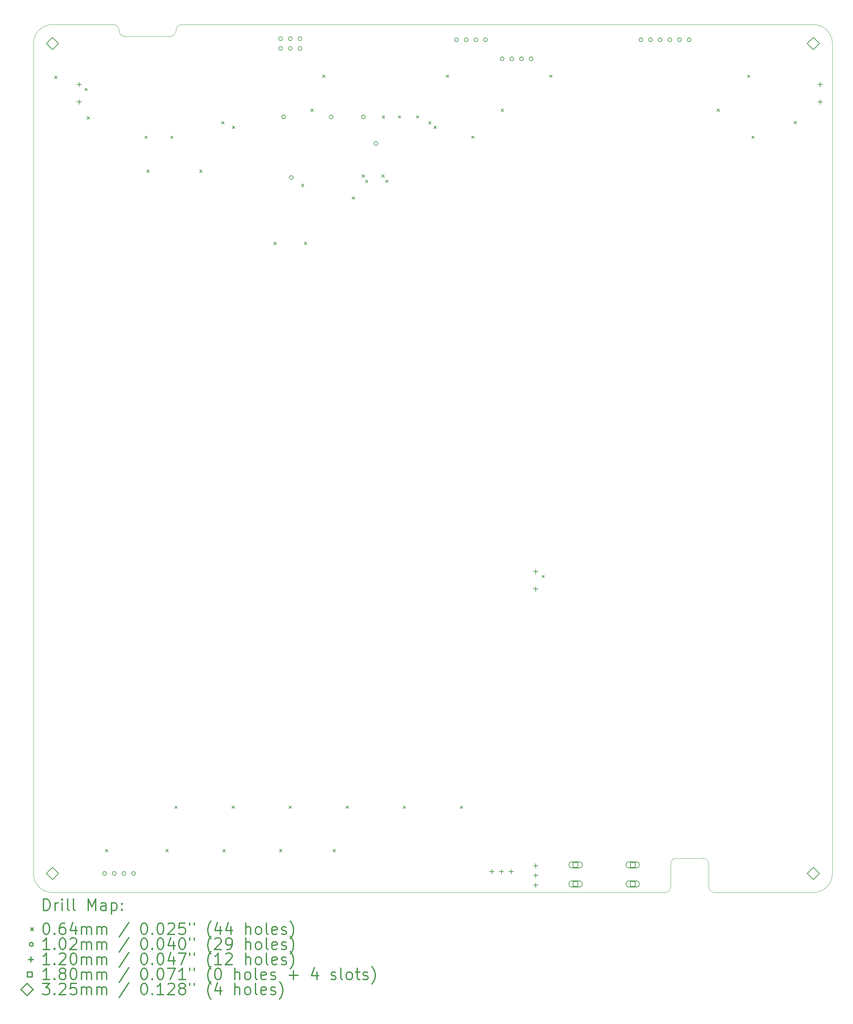
<source format=gbr>
%FSLAX45Y45*%
G04 Gerber Fmt 4.5, Leading zero omitted, Abs format (unit mm)*
G04 Created by KiCad (PCBNEW 0.201501251816+5388~20~ubuntu14.10.1-product) date Tuesday 27 January 2015 11:09:45 PM IST*
%MOMM*%
G01*
G04 APERTURE LIST*
%ADD10C,0.127000*%
%ADD11C,0.100000*%
%ADD12C,0.200000*%
%ADD13C,0.300000*%
G04 APERTURE END LIST*
D10*
D11*
X22000000Y-26900000D02*
X5900000Y-26900000D01*
X23300000Y-26900000D02*
X25900000Y-26900000D01*
X23150000Y-26150000D02*
X23150000Y-26750000D01*
X22150000Y-26750000D02*
X22150000Y-26150000D01*
X23150000Y-26750000D02*
G75*
G03X23300000Y-26900000I150000J0D01*
G01*
X22000000Y-26900000D02*
G75*
G03X22150000Y-26750000I0J150000D01*
G01*
X23150000Y-26150000D02*
G75*
G03X23000000Y-26000000I-150000J0D01*
G01*
X22300000Y-26000000D02*
G75*
G03X22150000Y-26150000I0J-150000D01*
G01*
X26400000Y-4600000D02*
X26400000Y-26400000D01*
X9300000Y-4100000D02*
X25900000Y-4100000D01*
X7500000Y-4100000D02*
X5900000Y-4100000D01*
X7650000Y-4250000D02*
X7650000Y-4260000D01*
X7650000Y-4250000D02*
G75*
G03X7500000Y-4100000I-150000J0D01*
G01*
X9150000Y-4250000D02*
X9150000Y-4260000D01*
X9300000Y-4100000D02*
G75*
G03X9150000Y-4250000I0J-150000D01*
G01*
X9000000Y-4410000D02*
G75*
G03X9150000Y-4260000I0J150000D01*
G01*
X7650000Y-4260000D02*
G75*
G03X7800000Y-4410000I150000J0D01*
G01*
X8400000Y-4410000D02*
X9000000Y-4410000D01*
X8400000Y-4410000D02*
X7800000Y-4410000D01*
X5400000Y-26400000D02*
X5400000Y-4600000D01*
X25900000Y-26900000D02*
G75*
G03X26400000Y-26400000I0J500000D01*
G01*
X26400000Y-4600000D02*
G75*
G03X25900000Y-4100000I-500000J0D01*
G01*
X5900000Y-4100000D02*
G75*
G03X5400000Y-4600000I0J-500000D01*
G01*
X5400000Y-26400000D02*
G75*
G03X5900000Y-26900000I500000J0D01*
G01*
X23000000Y-26000000D02*
X22300000Y-26000000D01*
D12*
X5958250Y-5458250D02*
X6021750Y-5521750D01*
X6021750Y-5458250D02*
X5958250Y-5521750D01*
X6753250Y-5773250D02*
X6816750Y-5836750D01*
X6816750Y-5773250D02*
X6753250Y-5836750D01*
X6808250Y-6523250D02*
X6871750Y-6586750D01*
X6871750Y-6523250D02*
X6808250Y-6586750D01*
X7293250Y-25768250D02*
X7356750Y-25831750D01*
X7356750Y-25768250D02*
X7293250Y-25831750D01*
X8328250Y-7028250D02*
X8391750Y-7091750D01*
X8391750Y-7028250D02*
X8328250Y-7091750D01*
X8378250Y-7918250D02*
X8441750Y-7981750D01*
X8441750Y-7918250D02*
X8378250Y-7981750D01*
X8878250Y-25768250D02*
X8941750Y-25831750D01*
X8941750Y-25768250D02*
X8878250Y-25831750D01*
X9008250Y-7028250D02*
X9071750Y-7091750D01*
X9071750Y-7028250D02*
X9008250Y-7091750D01*
X9118250Y-24628250D02*
X9181750Y-24691750D01*
X9181750Y-24628250D02*
X9118250Y-24691750D01*
X9768250Y-7918250D02*
X9831750Y-7981750D01*
X9831750Y-7918250D02*
X9768250Y-7981750D01*
X10348250Y-6648250D02*
X10411750Y-6711750D01*
X10411750Y-6648250D02*
X10348250Y-6711750D01*
X10378250Y-25768250D02*
X10441750Y-25831750D01*
X10441750Y-25768250D02*
X10378250Y-25831750D01*
X10618250Y-24628250D02*
X10681750Y-24691750D01*
X10681750Y-24628250D02*
X10618250Y-24691750D01*
X10628250Y-6768250D02*
X10691750Y-6831750D01*
X10691750Y-6768250D02*
X10628250Y-6831750D01*
X11718250Y-9818250D02*
X11781750Y-9881750D01*
X11781750Y-9818250D02*
X11718250Y-9881750D01*
X11868250Y-25768250D02*
X11931750Y-25831750D01*
X11931750Y-25768250D02*
X11868250Y-25831750D01*
X12118250Y-24628250D02*
X12181750Y-24691750D01*
X12181750Y-24628250D02*
X12118250Y-24691750D01*
X12443250Y-8293250D02*
X12506750Y-8356750D01*
X12506750Y-8293250D02*
X12443250Y-8356750D01*
X12518250Y-9818250D02*
X12581750Y-9881750D01*
X12581750Y-9818250D02*
X12518250Y-9881750D01*
X12693250Y-6318250D02*
X12756750Y-6381750D01*
X12756750Y-6318250D02*
X12693250Y-6381750D01*
X12998250Y-5428250D02*
X13061750Y-5491750D01*
X13061750Y-5428250D02*
X12998250Y-5491750D01*
X13273250Y-25768250D02*
X13336750Y-25831750D01*
X13336750Y-25768250D02*
X13273250Y-25831750D01*
X13618250Y-24628250D02*
X13681750Y-24691750D01*
X13681750Y-24628250D02*
X13618250Y-24691750D01*
X13778250Y-8628250D02*
X13841750Y-8691750D01*
X13841750Y-8628250D02*
X13778250Y-8691750D01*
X14038250Y-8048250D02*
X14101750Y-8111750D01*
X14101750Y-8048250D02*
X14038250Y-8111750D01*
X14128250Y-8188250D02*
X14191750Y-8251750D01*
X14191750Y-8188250D02*
X14128250Y-8251750D01*
X14558250Y-8048250D02*
X14621750Y-8111750D01*
X14621750Y-8048250D02*
X14558250Y-8111750D01*
X14568250Y-6498250D02*
X14631750Y-6561750D01*
X14631750Y-6498250D02*
X14568250Y-6561750D01*
X14658250Y-8188250D02*
X14721750Y-8251750D01*
X14721750Y-8188250D02*
X14658250Y-8251750D01*
X14993250Y-6493250D02*
X15056750Y-6556750D01*
X15056750Y-6493250D02*
X14993250Y-6556750D01*
X15118250Y-24628250D02*
X15181750Y-24691750D01*
X15181750Y-24628250D02*
X15118250Y-24691750D01*
X15468250Y-6493250D02*
X15531750Y-6556750D01*
X15531750Y-6493250D02*
X15468250Y-6556750D01*
X15788250Y-6648250D02*
X15851750Y-6711750D01*
X15851750Y-6648250D02*
X15788250Y-6711750D01*
X15928250Y-6768250D02*
X15991750Y-6831750D01*
X15991750Y-6768250D02*
X15928250Y-6831750D01*
X16248250Y-5428250D02*
X16311750Y-5491750D01*
X16311750Y-5428250D02*
X16248250Y-5491750D01*
X16618250Y-24628250D02*
X16681750Y-24691750D01*
X16681750Y-24628250D02*
X16618250Y-24691750D01*
X16918250Y-7028250D02*
X16981750Y-7091750D01*
X16981750Y-7028250D02*
X16918250Y-7091750D01*
X17693250Y-6318250D02*
X17756750Y-6381750D01*
X17756750Y-6318250D02*
X17693250Y-6381750D01*
X18768250Y-18568250D02*
X18831750Y-18631750D01*
X18831750Y-18568250D02*
X18768250Y-18631750D01*
X18968250Y-5428250D02*
X19031750Y-5491750D01*
X19031750Y-5428250D02*
X18968250Y-5491750D01*
X23368250Y-6318250D02*
X23431750Y-6381750D01*
X23431750Y-6318250D02*
X23368250Y-6381750D01*
X24168250Y-5428250D02*
X24231750Y-5491750D01*
X24231750Y-5428250D02*
X24168250Y-5491750D01*
X24278250Y-7028250D02*
X24341750Y-7091750D01*
X24341750Y-7028250D02*
X24278250Y-7091750D01*
X25393250Y-6643250D02*
X25456750Y-6706750D01*
X25456750Y-6643250D02*
X25393250Y-6706750D01*
X7320000Y-26400000D02*
G75*
G03X7320000Y-26400000I-51000J0D01*
G01*
X7574000Y-26400000D02*
G75*
G03X7574000Y-26400000I-51000J0D01*
G01*
X7828000Y-26400000D02*
G75*
G03X7828000Y-26400000I-51000J0D01*
G01*
X8082000Y-26400000D02*
G75*
G03X8082000Y-26400000I-51000J0D01*
G01*
X11947000Y-4473000D02*
G75*
G03X11947000Y-4473000I-51000J0D01*
G01*
X11947000Y-4727000D02*
G75*
G03X11947000Y-4727000I-51000J0D01*
G01*
X12026000Y-6525000D02*
G75*
G03X12026000Y-6525000I-51000J0D01*
G01*
X12201000Y-4473000D02*
G75*
G03X12201000Y-4473000I-51000J0D01*
G01*
X12201000Y-4727000D02*
G75*
G03X12201000Y-4727000I-51000J0D01*
G01*
X12231000Y-8120000D02*
G75*
G03X12231000Y-8120000I-51000J0D01*
G01*
X12455000Y-4473000D02*
G75*
G03X12455000Y-4473000I-51000J0D01*
G01*
X12455000Y-4727000D02*
G75*
G03X12455000Y-4727000I-51000J0D01*
G01*
X13276000Y-6525000D02*
G75*
G03X13276000Y-6525000I-51000J0D01*
G01*
X14126000Y-6525000D02*
G75*
G03X14126000Y-6525000I-51000J0D01*
G01*
X14451000Y-7225000D02*
G75*
G03X14451000Y-7225000I-51000J0D01*
G01*
X16570000Y-4500000D02*
G75*
G03X16570000Y-4500000I-51000J0D01*
G01*
X16824000Y-4500000D02*
G75*
G03X16824000Y-4500000I-51000J0D01*
G01*
X17078000Y-4500000D02*
G75*
G03X17078000Y-4500000I-51000J0D01*
G01*
X17332000Y-4500000D02*
G75*
G03X17332000Y-4500000I-51000J0D01*
G01*
X17770000Y-5000000D02*
G75*
G03X17770000Y-5000000I-51000J0D01*
G01*
X18024000Y-5000000D02*
G75*
G03X18024000Y-5000000I-51000J0D01*
G01*
X18278000Y-5000000D02*
G75*
G03X18278000Y-5000000I-51000J0D01*
G01*
X18532000Y-5000000D02*
G75*
G03X18532000Y-5000000I-51000J0D01*
G01*
X21416000Y-4500000D02*
G75*
G03X21416000Y-4500000I-51000J0D01*
G01*
X21670000Y-4500000D02*
G75*
G03X21670000Y-4500000I-51000J0D01*
G01*
X21924000Y-4500000D02*
G75*
G03X21924000Y-4500000I-51000J0D01*
G01*
X22178000Y-4500000D02*
G75*
G03X22178000Y-4500000I-51000J0D01*
G01*
X22432000Y-4500000D02*
G75*
G03X22432000Y-4500000I-51000J0D01*
G01*
X22686000Y-4500000D02*
G75*
G03X22686000Y-4500000I-51000J0D01*
G01*
X6600000Y-5611400D02*
X6600000Y-5731400D01*
X6540000Y-5671400D02*
X6660000Y-5671400D01*
X6600000Y-6068600D02*
X6600000Y-6188600D01*
X6540000Y-6128600D02*
X6660000Y-6128600D01*
X17446000Y-26290000D02*
X17446000Y-26410000D01*
X17386000Y-26350000D02*
X17506000Y-26350000D01*
X17700000Y-26290000D02*
X17700000Y-26410000D01*
X17640000Y-26350000D02*
X17760000Y-26350000D01*
X17954000Y-26290000D02*
X17954000Y-26410000D01*
X17894000Y-26350000D02*
X18014000Y-26350000D01*
X18600000Y-18411400D02*
X18600000Y-18531400D01*
X18540000Y-18471400D02*
X18660000Y-18471400D01*
X18600000Y-18868600D02*
X18600000Y-18988600D01*
X18540000Y-18928600D02*
X18660000Y-18928600D01*
X18600000Y-26136000D02*
X18600000Y-26256000D01*
X18540000Y-26196000D02*
X18660000Y-26196000D01*
X18600000Y-26390000D02*
X18600000Y-26510000D01*
X18540000Y-26450000D02*
X18660000Y-26450000D01*
X18600000Y-26644000D02*
X18600000Y-26764000D01*
X18540000Y-26704000D02*
X18660000Y-26704000D01*
X26075000Y-5611400D02*
X26075000Y-5731400D01*
X26015000Y-5671400D02*
X26135000Y-5671400D01*
X26075000Y-6068600D02*
X26075000Y-6188600D01*
X26015000Y-6128600D02*
X26135000Y-6128600D01*
X19713640Y-26238640D02*
X19713640Y-26111360D01*
X19586360Y-26111360D01*
X19586360Y-26238640D01*
X19713640Y-26238640D01*
X19550000Y-26255000D02*
X19750000Y-26255000D01*
X19550000Y-26095000D02*
X19750000Y-26095000D01*
X19750000Y-26255000D02*
G75*
G03X19750000Y-26095000I0J80000D01*
G01*
X19550000Y-26095000D02*
G75*
G03X19550000Y-26255000I0J-80000D01*
G01*
X19713640Y-26738640D02*
X19713640Y-26611360D01*
X19586360Y-26611360D01*
X19586360Y-26738640D01*
X19713640Y-26738640D01*
X19550000Y-26755000D02*
X19750000Y-26755000D01*
X19550000Y-26595000D02*
X19750000Y-26595000D01*
X19750000Y-26755000D02*
G75*
G03X19750000Y-26595000I0J80000D01*
G01*
X19550000Y-26595000D02*
G75*
G03X19550000Y-26755000I0J-80000D01*
G01*
X21213640Y-26238640D02*
X21213640Y-26111360D01*
X21086360Y-26111360D01*
X21086360Y-26238640D01*
X21213640Y-26238640D01*
X21050000Y-26255000D02*
X21250000Y-26255000D01*
X21050000Y-26095000D02*
X21250000Y-26095000D01*
X21250000Y-26255000D02*
G75*
G03X21250000Y-26095000I0J80000D01*
G01*
X21050000Y-26095000D02*
G75*
G03X21050000Y-26255000I0J-80000D01*
G01*
X21213640Y-26738640D02*
X21213640Y-26611360D01*
X21086360Y-26611360D01*
X21086360Y-26738640D01*
X21213640Y-26738640D01*
X21050000Y-26755000D02*
X21250000Y-26755000D01*
X21050000Y-26595000D02*
X21250000Y-26595000D01*
X21250000Y-26755000D02*
G75*
G03X21250000Y-26595000I0J80000D01*
G01*
X21050000Y-26595000D02*
G75*
G03X21050000Y-26755000I0J-80000D01*
G01*
X5900000Y-4762500D02*
X6062500Y-4600000D01*
X5900000Y-4437500D01*
X5737500Y-4600000D01*
X5900000Y-4762500D01*
X5900000Y-26562500D02*
X6062500Y-26400000D01*
X5900000Y-26237500D01*
X5737500Y-26400000D01*
X5900000Y-26562500D01*
X25900000Y-4762500D02*
X26062500Y-4600000D01*
X25900000Y-4437500D01*
X25737500Y-4600000D01*
X25900000Y-4762500D01*
X25900000Y-26562500D02*
X26062500Y-26400000D01*
X25900000Y-26237500D01*
X25737500Y-26400000D01*
X25900000Y-26562500D01*
D13*
X5666428Y-27370714D02*
X5666428Y-27070714D01*
X5737857Y-27070714D01*
X5780714Y-27085000D01*
X5809286Y-27113571D01*
X5823571Y-27142143D01*
X5837857Y-27199286D01*
X5837857Y-27242143D01*
X5823571Y-27299286D01*
X5809286Y-27327857D01*
X5780714Y-27356429D01*
X5737857Y-27370714D01*
X5666428Y-27370714D01*
X5966428Y-27370714D02*
X5966428Y-27170714D01*
X5966428Y-27227857D02*
X5980714Y-27199286D01*
X5995000Y-27185000D01*
X6023571Y-27170714D01*
X6052143Y-27170714D01*
X6152143Y-27370714D02*
X6152143Y-27170714D01*
X6152143Y-27070714D02*
X6137857Y-27085000D01*
X6152143Y-27099286D01*
X6166428Y-27085000D01*
X6152143Y-27070714D01*
X6152143Y-27099286D01*
X6337857Y-27370714D02*
X6309286Y-27356429D01*
X6295000Y-27327857D01*
X6295000Y-27070714D01*
X6495000Y-27370714D02*
X6466428Y-27356429D01*
X6452143Y-27327857D01*
X6452143Y-27070714D01*
X6837857Y-27370714D02*
X6837857Y-27070714D01*
X6937857Y-27285000D01*
X7037857Y-27070714D01*
X7037857Y-27370714D01*
X7309286Y-27370714D02*
X7309286Y-27213571D01*
X7295000Y-27185000D01*
X7266428Y-27170714D01*
X7209286Y-27170714D01*
X7180714Y-27185000D01*
X7309286Y-27356429D02*
X7280714Y-27370714D01*
X7209286Y-27370714D01*
X7180714Y-27356429D01*
X7166428Y-27327857D01*
X7166428Y-27299286D01*
X7180714Y-27270714D01*
X7209286Y-27256429D01*
X7280714Y-27256429D01*
X7309286Y-27242143D01*
X7452143Y-27170714D02*
X7452143Y-27470714D01*
X7452143Y-27185000D02*
X7480714Y-27170714D01*
X7537857Y-27170714D01*
X7566428Y-27185000D01*
X7580714Y-27199286D01*
X7595000Y-27227857D01*
X7595000Y-27313571D01*
X7580714Y-27342143D01*
X7566428Y-27356429D01*
X7537857Y-27370714D01*
X7480714Y-27370714D01*
X7452143Y-27356429D01*
X7723571Y-27342143D02*
X7737857Y-27356429D01*
X7723571Y-27370714D01*
X7709286Y-27356429D01*
X7723571Y-27342143D01*
X7723571Y-27370714D01*
X7723571Y-27185000D02*
X7737857Y-27199286D01*
X7723571Y-27213571D01*
X7709286Y-27199286D01*
X7723571Y-27185000D01*
X7723571Y-27213571D01*
X5331500Y-27833250D02*
X5395000Y-27896750D01*
X5395000Y-27833250D02*
X5331500Y-27896750D01*
X5723571Y-27700714D02*
X5752143Y-27700714D01*
X5780714Y-27715000D01*
X5795000Y-27729286D01*
X5809286Y-27757857D01*
X5823571Y-27815000D01*
X5823571Y-27886429D01*
X5809286Y-27943571D01*
X5795000Y-27972143D01*
X5780714Y-27986429D01*
X5752143Y-28000714D01*
X5723571Y-28000714D01*
X5695000Y-27986429D01*
X5680714Y-27972143D01*
X5666428Y-27943571D01*
X5652143Y-27886429D01*
X5652143Y-27815000D01*
X5666428Y-27757857D01*
X5680714Y-27729286D01*
X5695000Y-27715000D01*
X5723571Y-27700714D01*
X5952143Y-27972143D02*
X5966428Y-27986429D01*
X5952143Y-28000714D01*
X5937857Y-27986429D01*
X5952143Y-27972143D01*
X5952143Y-28000714D01*
X6223571Y-27700714D02*
X6166428Y-27700714D01*
X6137857Y-27715000D01*
X6123571Y-27729286D01*
X6095000Y-27772143D01*
X6080714Y-27829286D01*
X6080714Y-27943571D01*
X6095000Y-27972143D01*
X6109286Y-27986429D01*
X6137857Y-28000714D01*
X6195000Y-28000714D01*
X6223571Y-27986429D01*
X6237857Y-27972143D01*
X6252143Y-27943571D01*
X6252143Y-27872143D01*
X6237857Y-27843571D01*
X6223571Y-27829286D01*
X6195000Y-27815000D01*
X6137857Y-27815000D01*
X6109286Y-27829286D01*
X6095000Y-27843571D01*
X6080714Y-27872143D01*
X6509286Y-27800714D02*
X6509286Y-28000714D01*
X6437857Y-27686429D02*
X6366428Y-27900714D01*
X6552143Y-27900714D01*
X6666428Y-28000714D02*
X6666428Y-27800714D01*
X6666428Y-27829286D02*
X6680714Y-27815000D01*
X6709286Y-27800714D01*
X6752143Y-27800714D01*
X6780714Y-27815000D01*
X6795000Y-27843571D01*
X6795000Y-28000714D01*
X6795000Y-27843571D02*
X6809286Y-27815000D01*
X6837857Y-27800714D01*
X6880714Y-27800714D01*
X6909286Y-27815000D01*
X6923571Y-27843571D01*
X6923571Y-28000714D01*
X7066428Y-28000714D02*
X7066428Y-27800714D01*
X7066428Y-27829286D02*
X7080714Y-27815000D01*
X7109286Y-27800714D01*
X7152143Y-27800714D01*
X7180714Y-27815000D01*
X7195000Y-27843571D01*
X7195000Y-28000714D01*
X7195000Y-27843571D02*
X7209286Y-27815000D01*
X7237857Y-27800714D01*
X7280714Y-27800714D01*
X7309286Y-27815000D01*
X7323571Y-27843571D01*
X7323571Y-28000714D01*
X7909286Y-27686429D02*
X7652143Y-28072143D01*
X8295000Y-27700714D02*
X8323571Y-27700714D01*
X8352143Y-27715000D01*
X8366428Y-27729286D01*
X8380714Y-27757857D01*
X8395000Y-27815000D01*
X8395000Y-27886429D01*
X8380714Y-27943571D01*
X8366428Y-27972143D01*
X8352143Y-27986429D01*
X8323571Y-28000714D01*
X8295000Y-28000714D01*
X8266428Y-27986429D01*
X8252143Y-27972143D01*
X8237857Y-27943571D01*
X8223571Y-27886429D01*
X8223571Y-27815000D01*
X8237857Y-27757857D01*
X8252143Y-27729286D01*
X8266428Y-27715000D01*
X8295000Y-27700714D01*
X8523571Y-27972143D02*
X8537857Y-27986429D01*
X8523571Y-28000714D01*
X8509286Y-27986429D01*
X8523571Y-27972143D01*
X8523571Y-28000714D01*
X8723571Y-27700714D02*
X8752143Y-27700714D01*
X8780714Y-27715000D01*
X8795000Y-27729286D01*
X8809286Y-27757857D01*
X8823571Y-27815000D01*
X8823571Y-27886429D01*
X8809286Y-27943571D01*
X8795000Y-27972143D01*
X8780714Y-27986429D01*
X8752143Y-28000714D01*
X8723571Y-28000714D01*
X8695000Y-27986429D01*
X8680714Y-27972143D01*
X8666428Y-27943571D01*
X8652143Y-27886429D01*
X8652143Y-27815000D01*
X8666428Y-27757857D01*
X8680714Y-27729286D01*
X8695000Y-27715000D01*
X8723571Y-27700714D01*
X8937857Y-27729286D02*
X8952143Y-27715000D01*
X8980714Y-27700714D01*
X9052143Y-27700714D01*
X9080714Y-27715000D01*
X9095000Y-27729286D01*
X9109286Y-27757857D01*
X9109286Y-27786429D01*
X9095000Y-27829286D01*
X8923571Y-28000714D01*
X9109286Y-28000714D01*
X9380714Y-27700714D02*
X9237857Y-27700714D01*
X9223571Y-27843571D01*
X9237857Y-27829286D01*
X9266428Y-27815000D01*
X9337857Y-27815000D01*
X9366428Y-27829286D01*
X9380714Y-27843571D01*
X9395000Y-27872143D01*
X9395000Y-27943571D01*
X9380714Y-27972143D01*
X9366428Y-27986429D01*
X9337857Y-28000714D01*
X9266428Y-28000714D01*
X9237857Y-27986429D01*
X9223571Y-27972143D01*
X9509286Y-27700714D02*
X9509286Y-27757857D01*
X9623571Y-27700714D02*
X9623571Y-27757857D01*
X10066428Y-28115000D02*
X10052143Y-28100714D01*
X10023571Y-28057857D01*
X10009286Y-28029286D01*
X9995000Y-27986429D01*
X9980714Y-27915000D01*
X9980714Y-27857857D01*
X9995000Y-27786429D01*
X10009286Y-27743571D01*
X10023571Y-27715000D01*
X10052143Y-27672143D01*
X10066428Y-27657857D01*
X10309286Y-27800714D02*
X10309286Y-28000714D01*
X10237857Y-27686429D02*
X10166428Y-27900714D01*
X10352143Y-27900714D01*
X10595000Y-27800714D02*
X10595000Y-28000714D01*
X10523571Y-27686429D02*
X10452143Y-27900714D01*
X10637857Y-27900714D01*
X10980714Y-28000714D02*
X10980714Y-27700714D01*
X11109286Y-28000714D02*
X11109286Y-27843571D01*
X11095000Y-27815000D01*
X11066428Y-27800714D01*
X11023571Y-27800714D01*
X10995000Y-27815000D01*
X10980714Y-27829286D01*
X11295000Y-28000714D02*
X11266428Y-27986429D01*
X11252143Y-27972143D01*
X11237857Y-27943571D01*
X11237857Y-27857857D01*
X11252143Y-27829286D01*
X11266428Y-27815000D01*
X11295000Y-27800714D01*
X11337857Y-27800714D01*
X11366428Y-27815000D01*
X11380714Y-27829286D01*
X11395000Y-27857857D01*
X11395000Y-27943571D01*
X11380714Y-27972143D01*
X11366428Y-27986429D01*
X11337857Y-28000714D01*
X11295000Y-28000714D01*
X11566428Y-28000714D02*
X11537857Y-27986429D01*
X11523571Y-27957857D01*
X11523571Y-27700714D01*
X11795000Y-27986429D02*
X11766428Y-28000714D01*
X11709286Y-28000714D01*
X11680714Y-27986429D01*
X11666428Y-27957857D01*
X11666428Y-27843571D01*
X11680714Y-27815000D01*
X11709286Y-27800714D01*
X11766428Y-27800714D01*
X11795000Y-27815000D01*
X11809286Y-27843571D01*
X11809286Y-27872143D01*
X11666428Y-27900714D01*
X11923571Y-27986429D02*
X11952143Y-28000714D01*
X12009286Y-28000714D01*
X12037857Y-27986429D01*
X12052143Y-27957857D01*
X12052143Y-27943571D01*
X12037857Y-27915000D01*
X12009286Y-27900714D01*
X11966428Y-27900714D01*
X11937857Y-27886429D01*
X11923571Y-27857857D01*
X11923571Y-27843571D01*
X11937857Y-27815000D01*
X11966428Y-27800714D01*
X12009286Y-27800714D01*
X12037857Y-27815000D01*
X12152143Y-28115000D02*
X12166428Y-28100714D01*
X12195000Y-28057857D01*
X12209286Y-28029286D01*
X12223571Y-27986429D01*
X12237857Y-27915000D01*
X12237857Y-27857857D01*
X12223571Y-27786429D01*
X12209286Y-27743571D01*
X12195000Y-27715000D01*
X12166428Y-27672143D01*
X12152143Y-27657857D01*
X5395000Y-28261000D02*
G75*
G03X5395000Y-28261000I-51000J0D01*
G01*
X5823571Y-28396714D02*
X5652143Y-28396714D01*
X5737857Y-28396714D02*
X5737857Y-28096714D01*
X5709286Y-28139571D01*
X5680714Y-28168143D01*
X5652143Y-28182429D01*
X5952143Y-28368143D02*
X5966428Y-28382429D01*
X5952143Y-28396714D01*
X5937857Y-28382429D01*
X5952143Y-28368143D01*
X5952143Y-28396714D01*
X6152143Y-28096714D02*
X6180714Y-28096714D01*
X6209286Y-28111000D01*
X6223571Y-28125286D01*
X6237857Y-28153857D01*
X6252143Y-28211000D01*
X6252143Y-28282429D01*
X6237857Y-28339571D01*
X6223571Y-28368143D01*
X6209286Y-28382429D01*
X6180714Y-28396714D01*
X6152143Y-28396714D01*
X6123571Y-28382429D01*
X6109286Y-28368143D01*
X6095000Y-28339571D01*
X6080714Y-28282429D01*
X6080714Y-28211000D01*
X6095000Y-28153857D01*
X6109286Y-28125286D01*
X6123571Y-28111000D01*
X6152143Y-28096714D01*
X6366428Y-28125286D02*
X6380714Y-28111000D01*
X6409286Y-28096714D01*
X6480714Y-28096714D01*
X6509286Y-28111000D01*
X6523571Y-28125286D01*
X6537857Y-28153857D01*
X6537857Y-28182429D01*
X6523571Y-28225286D01*
X6352143Y-28396714D01*
X6537857Y-28396714D01*
X6666428Y-28396714D02*
X6666428Y-28196714D01*
X6666428Y-28225286D02*
X6680714Y-28211000D01*
X6709286Y-28196714D01*
X6752143Y-28196714D01*
X6780714Y-28211000D01*
X6795000Y-28239571D01*
X6795000Y-28396714D01*
X6795000Y-28239571D02*
X6809286Y-28211000D01*
X6837857Y-28196714D01*
X6880714Y-28196714D01*
X6909286Y-28211000D01*
X6923571Y-28239571D01*
X6923571Y-28396714D01*
X7066428Y-28396714D02*
X7066428Y-28196714D01*
X7066428Y-28225286D02*
X7080714Y-28211000D01*
X7109286Y-28196714D01*
X7152143Y-28196714D01*
X7180714Y-28211000D01*
X7195000Y-28239571D01*
X7195000Y-28396714D01*
X7195000Y-28239571D02*
X7209286Y-28211000D01*
X7237857Y-28196714D01*
X7280714Y-28196714D01*
X7309286Y-28211000D01*
X7323571Y-28239571D01*
X7323571Y-28396714D01*
X7909286Y-28082429D02*
X7652143Y-28468143D01*
X8295000Y-28096714D02*
X8323571Y-28096714D01*
X8352143Y-28111000D01*
X8366428Y-28125286D01*
X8380714Y-28153857D01*
X8395000Y-28211000D01*
X8395000Y-28282429D01*
X8380714Y-28339571D01*
X8366428Y-28368143D01*
X8352143Y-28382429D01*
X8323571Y-28396714D01*
X8295000Y-28396714D01*
X8266428Y-28382429D01*
X8252143Y-28368143D01*
X8237857Y-28339571D01*
X8223571Y-28282429D01*
X8223571Y-28211000D01*
X8237857Y-28153857D01*
X8252143Y-28125286D01*
X8266428Y-28111000D01*
X8295000Y-28096714D01*
X8523571Y-28368143D02*
X8537857Y-28382429D01*
X8523571Y-28396714D01*
X8509286Y-28382429D01*
X8523571Y-28368143D01*
X8523571Y-28396714D01*
X8723571Y-28096714D02*
X8752143Y-28096714D01*
X8780714Y-28111000D01*
X8795000Y-28125286D01*
X8809286Y-28153857D01*
X8823571Y-28211000D01*
X8823571Y-28282429D01*
X8809286Y-28339571D01*
X8795000Y-28368143D01*
X8780714Y-28382429D01*
X8752143Y-28396714D01*
X8723571Y-28396714D01*
X8695000Y-28382429D01*
X8680714Y-28368143D01*
X8666428Y-28339571D01*
X8652143Y-28282429D01*
X8652143Y-28211000D01*
X8666428Y-28153857D01*
X8680714Y-28125286D01*
X8695000Y-28111000D01*
X8723571Y-28096714D01*
X9080714Y-28196714D02*
X9080714Y-28396714D01*
X9009286Y-28082429D02*
X8937857Y-28296714D01*
X9123571Y-28296714D01*
X9295000Y-28096714D02*
X9323571Y-28096714D01*
X9352143Y-28111000D01*
X9366428Y-28125286D01*
X9380714Y-28153857D01*
X9395000Y-28211000D01*
X9395000Y-28282429D01*
X9380714Y-28339571D01*
X9366428Y-28368143D01*
X9352143Y-28382429D01*
X9323571Y-28396714D01*
X9295000Y-28396714D01*
X9266428Y-28382429D01*
X9252143Y-28368143D01*
X9237857Y-28339571D01*
X9223571Y-28282429D01*
X9223571Y-28211000D01*
X9237857Y-28153857D01*
X9252143Y-28125286D01*
X9266428Y-28111000D01*
X9295000Y-28096714D01*
X9509286Y-28096714D02*
X9509286Y-28153857D01*
X9623571Y-28096714D02*
X9623571Y-28153857D01*
X10066428Y-28511000D02*
X10052143Y-28496714D01*
X10023571Y-28453857D01*
X10009286Y-28425286D01*
X9995000Y-28382429D01*
X9980714Y-28311000D01*
X9980714Y-28253857D01*
X9995000Y-28182429D01*
X10009286Y-28139571D01*
X10023571Y-28111000D01*
X10052143Y-28068143D01*
X10066428Y-28053857D01*
X10166428Y-28125286D02*
X10180714Y-28111000D01*
X10209286Y-28096714D01*
X10280714Y-28096714D01*
X10309286Y-28111000D01*
X10323571Y-28125286D01*
X10337857Y-28153857D01*
X10337857Y-28182429D01*
X10323571Y-28225286D01*
X10152143Y-28396714D01*
X10337857Y-28396714D01*
X10480714Y-28396714D02*
X10537857Y-28396714D01*
X10566428Y-28382429D01*
X10580714Y-28368143D01*
X10609286Y-28325286D01*
X10623571Y-28268143D01*
X10623571Y-28153857D01*
X10609286Y-28125286D01*
X10595000Y-28111000D01*
X10566428Y-28096714D01*
X10509286Y-28096714D01*
X10480714Y-28111000D01*
X10466428Y-28125286D01*
X10452143Y-28153857D01*
X10452143Y-28225286D01*
X10466428Y-28253857D01*
X10480714Y-28268143D01*
X10509286Y-28282429D01*
X10566428Y-28282429D01*
X10595000Y-28268143D01*
X10609286Y-28253857D01*
X10623571Y-28225286D01*
X10980714Y-28396714D02*
X10980714Y-28096714D01*
X11109286Y-28396714D02*
X11109286Y-28239571D01*
X11095000Y-28211000D01*
X11066428Y-28196714D01*
X11023571Y-28196714D01*
X10995000Y-28211000D01*
X10980714Y-28225286D01*
X11295000Y-28396714D02*
X11266428Y-28382429D01*
X11252143Y-28368143D01*
X11237857Y-28339571D01*
X11237857Y-28253857D01*
X11252143Y-28225286D01*
X11266428Y-28211000D01*
X11295000Y-28196714D01*
X11337857Y-28196714D01*
X11366428Y-28211000D01*
X11380714Y-28225286D01*
X11395000Y-28253857D01*
X11395000Y-28339571D01*
X11380714Y-28368143D01*
X11366428Y-28382429D01*
X11337857Y-28396714D01*
X11295000Y-28396714D01*
X11566428Y-28396714D02*
X11537857Y-28382429D01*
X11523571Y-28353857D01*
X11523571Y-28096714D01*
X11795000Y-28382429D02*
X11766428Y-28396714D01*
X11709286Y-28396714D01*
X11680714Y-28382429D01*
X11666428Y-28353857D01*
X11666428Y-28239571D01*
X11680714Y-28211000D01*
X11709286Y-28196714D01*
X11766428Y-28196714D01*
X11795000Y-28211000D01*
X11809286Y-28239571D01*
X11809286Y-28268143D01*
X11666428Y-28296714D01*
X11923571Y-28382429D02*
X11952143Y-28396714D01*
X12009286Y-28396714D01*
X12037857Y-28382429D01*
X12052143Y-28353857D01*
X12052143Y-28339571D01*
X12037857Y-28311000D01*
X12009286Y-28296714D01*
X11966428Y-28296714D01*
X11937857Y-28282429D01*
X11923571Y-28253857D01*
X11923571Y-28239571D01*
X11937857Y-28211000D01*
X11966428Y-28196714D01*
X12009286Y-28196714D01*
X12037857Y-28211000D01*
X12152143Y-28511000D02*
X12166428Y-28496714D01*
X12195000Y-28453857D01*
X12209286Y-28425286D01*
X12223571Y-28382429D01*
X12237857Y-28311000D01*
X12237857Y-28253857D01*
X12223571Y-28182429D01*
X12209286Y-28139571D01*
X12195000Y-28111000D01*
X12166428Y-28068143D01*
X12152143Y-28053857D01*
X5335000Y-28597000D02*
X5335000Y-28717000D01*
X5275000Y-28657000D02*
X5395000Y-28657000D01*
X5823571Y-28792714D02*
X5652143Y-28792714D01*
X5737857Y-28792714D02*
X5737857Y-28492714D01*
X5709286Y-28535571D01*
X5680714Y-28564143D01*
X5652143Y-28578429D01*
X5952143Y-28764143D02*
X5966428Y-28778429D01*
X5952143Y-28792714D01*
X5937857Y-28778429D01*
X5952143Y-28764143D01*
X5952143Y-28792714D01*
X6080714Y-28521286D02*
X6095000Y-28507000D01*
X6123571Y-28492714D01*
X6195000Y-28492714D01*
X6223571Y-28507000D01*
X6237857Y-28521286D01*
X6252143Y-28549857D01*
X6252143Y-28578429D01*
X6237857Y-28621286D01*
X6066428Y-28792714D01*
X6252143Y-28792714D01*
X6437857Y-28492714D02*
X6466428Y-28492714D01*
X6495000Y-28507000D01*
X6509286Y-28521286D01*
X6523571Y-28549857D01*
X6537857Y-28607000D01*
X6537857Y-28678429D01*
X6523571Y-28735571D01*
X6509286Y-28764143D01*
X6495000Y-28778429D01*
X6466428Y-28792714D01*
X6437857Y-28792714D01*
X6409286Y-28778429D01*
X6395000Y-28764143D01*
X6380714Y-28735571D01*
X6366428Y-28678429D01*
X6366428Y-28607000D01*
X6380714Y-28549857D01*
X6395000Y-28521286D01*
X6409286Y-28507000D01*
X6437857Y-28492714D01*
X6666428Y-28792714D02*
X6666428Y-28592714D01*
X6666428Y-28621286D02*
X6680714Y-28607000D01*
X6709286Y-28592714D01*
X6752143Y-28592714D01*
X6780714Y-28607000D01*
X6795000Y-28635571D01*
X6795000Y-28792714D01*
X6795000Y-28635571D02*
X6809286Y-28607000D01*
X6837857Y-28592714D01*
X6880714Y-28592714D01*
X6909286Y-28607000D01*
X6923571Y-28635571D01*
X6923571Y-28792714D01*
X7066428Y-28792714D02*
X7066428Y-28592714D01*
X7066428Y-28621286D02*
X7080714Y-28607000D01*
X7109286Y-28592714D01*
X7152143Y-28592714D01*
X7180714Y-28607000D01*
X7195000Y-28635571D01*
X7195000Y-28792714D01*
X7195000Y-28635571D02*
X7209286Y-28607000D01*
X7237857Y-28592714D01*
X7280714Y-28592714D01*
X7309286Y-28607000D01*
X7323571Y-28635571D01*
X7323571Y-28792714D01*
X7909286Y-28478429D02*
X7652143Y-28864143D01*
X8295000Y-28492714D02*
X8323571Y-28492714D01*
X8352143Y-28507000D01*
X8366428Y-28521286D01*
X8380714Y-28549857D01*
X8395000Y-28607000D01*
X8395000Y-28678429D01*
X8380714Y-28735571D01*
X8366428Y-28764143D01*
X8352143Y-28778429D01*
X8323571Y-28792714D01*
X8295000Y-28792714D01*
X8266428Y-28778429D01*
X8252143Y-28764143D01*
X8237857Y-28735571D01*
X8223571Y-28678429D01*
X8223571Y-28607000D01*
X8237857Y-28549857D01*
X8252143Y-28521286D01*
X8266428Y-28507000D01*
X8295000Y-28492714D01*
X8523571Y-28764143D02*
X8537857Y-28778429D01*
X8523571Y-28792714D01*
X8509286Y-28778429D01*
X8523571Y-28764143D01*
X8523571Y-28792714D01*
X8723571Y-28492714D02*
X8752143Y-28492714D01*
X8780714Y-28507000D01*
X8795000Y-28521286D01*
X8809286Y-28549857D01*
X8823571Y-28607000D01*
X8823571Y-28678429D01*
X8809286Y-28735571D01*
X8795000Y-28764143D01*
X8780714Y-28778429D01*
X8752143Y-28792714D01*
X8723571Y-28792714D01*
X8695000Y-28778429D01*
X8680714Y-28764143D01*
X8666428Y-28735571D01*
X8652143Y-28678429D01*
X8652143Y-28607000D01*
X8666428Y-28549857D01*
X8680714Y-28521286D01*
X8695000Y-28507000D01*
X8723571Y-28492714D01*
X9080714Y-28592714D02*
X9080714Y-28792714D01*
X9009286Y-28478429D02*
X8937857Y-28692714D01*
X9123571Y-28692714D01*
X9209286Y-28492714D02*
X9409286Y-28492714D01*
X9280714Y-28792714D01*
X9509286Y-28492714D02*
X9509286Y-28549857D01*
X9623571Y-28492714D02*
X9623571Y-28549857D01*
X10066428Y-28907000D02*
X10052143Y-28892714D01*
X10023571Y-28849857D01*
X10009286Y-28821286D01*
X9995000Y-28778429D01*
X9980714Y-28707000D01*
X9980714Y-28649857D01*
X9995000Y-28578429D01*
X10009286Y-28535571D01*
X10023571Y-28507000D01*
X10052143Y-28464143D01*
X10066428Y-28449857D01*
X10337857Y-28792714D02*
X10166428Y-28792714D01*
X10252143Y-28792714D02*
X10252143Y-28492714D01*
X10223571Y-28535571D01*
X10195000Y-28564143D01*
X10166428Y-28578429D01*
X10452143Y-28521286D02*
X10466428Y-28507000D01*
X10495000Y-28492714D01*
X10566428Y-28492714D01*
X10595000Y-28507000D01*
X10609286Y-28521286D01*
X10623571Y-28549857D01*
X10623571Y-28578429D01*
X10609286Y-28621286D01*
X10437857Y-28792714D01*
X10623571Y-28792714D01*
X10980714Y-28792714D02*
X10980714Y-28492714D01*
X11109286Y-28792714D02*
X11109286Y-28635571D01*
X11095000Y-28607000D01*
X11066428Y-28592714D01*
X11023571Y-28592714D01*
X10995000Y-28607000D01*
X10980714Y-28621286D01*
X11295000Y-28792714D02*
X11266428Y-28778429D01*
X11252143Y-28764143D01*
X11237857Y-28735571D01*
X11237857Y-28649857D01*
X11252143Y-28621286D01*
X11266428Y-28607000D01*
X11295000Y-28592714D01*
X11337857Y-28592714D01*
X11366428Y-28607000D01*
X11380714Y-28621286D01*
X11395000Y-28649857D01*
X11395000Y-28735571D01*
X11380714Y-28764143D01*
X11366428Y-28778429D01*
X11337857Y-28792714D01*
X11295000Y-28792714D01*
X11566428Y-28792714D02*
X11537857Y-28778429D01*
X11523571Y-28749857D01*
X11523571Y-28492714D01*
X11795000Y-28778429D02*
X11766428Y-28792714D01*
X11709286Y-28792714D01*
X11680714Y-28778429D01*
X11666428Y-28749857D01*
X11666428Y-28635571D01*
X11680714Y-28607000D01*
X11709286Y-28592714D01*
X11766428Y-28592714D01*
X11795000Y-28607000D01*
X11809286Y-28635571D01*
X11809286Y-28664143D01*
X11666428Y-28692714D01*
X11923571Y-28778429D02*
X11952143Y-28792714D01*
X12009286Y-28792714D01*
X12037857Y-28778429D01*
X12052143Y-28749857D01*
X12052143Y-28735571D01*
X12037857Y-28707000D01*
X12009286Y-28692714D01*
X11966428Y-28692714D01*
X11937857Y-28678429D01*
X11923571Y-28649857D01*
X11923571Y-28635571D01*
X11937857Y-28607000D01*
X11966428Y-28592714D01*
X12009286Y-28592714D01*
X12037857Y-28607000D01*
X12152143Y-28907000D02*
X12166428Y-28892714D01*
X12195000Y-28849857D01*
X12209286Y-28821286D01*
X12223571Y-28778429D01*
X12237857Y-28707000D01*
X12237857Y-28649857D01*
X12223571Y-28578429D01*
X12209286Y-28535571D01*
X12195000Y-28507000D01*
X12166428Y-28464143D01*
X12152143Y-28449857D01*
X5368640Y-29116640D02*
X5368640Y-28989360D01*
X5241360Y-28989360D01*
X5241360Y-29116640D01*
X5368640Y-29116640D01*
X5823571Y-29188714D02*
X5652143Y-29188714D01*
X5737857Y-29188714D02*
X5737857Y-28888714D01*
X5709286Y-28931571D01*
X5680714Y-28960143D01*
X5652143Y-28974429D01*
X5952143Y-29160143D02*
X5966428Y-29174429D01*
X5952143Y-29188714D01*
X5937857Y-29174429D01*
X5952143Y-29160143D01*
X5952143Y-29188714D01*
X6137857Y-29017286D02*
X6109286Y-29003000D01*
X6095000Y-28988714D01*
X6080714Y-28960143D01*
X6080714Y-28945857D01*
X6095000Y-28917286D01*
X6109286Y-28903000D01*
X6137857Y-28888714D01*
X6195000Y-28888714D01*
X6223571Y-28903000D01*
X6237857Y-28917286D01*
X6252143Y-28945857D01*
X6252143Y-28960143D01*
X6237857Y-28988714D01*
X6223571Y-29003000D01*
X6195000Y-29017286D01*
X6137857Y-29017286D01*
X6109286Y-29031571D01*
X6095000Y-29045857D01*
X6080714Y-29074429D01*
X6080714Y-29131571D01*
X6095000Y-29160143D01*
X6109286Y-29174429D01*
X6137857Y-29188714D01*
X6195000Y-29188714D01*
X6223571Y-29174429D01*
X6237857Y-29160143D01*
X6252143Y-29131571D01*
X6252143Y-29074429D01*
X6237857Y-29045857D01*
X6223571Y-29031571D01*
X6195000Y-29017286D01*
X6437857Y-28888714D02*
X6466428Y-28888714D01*
X6495000Y-28903000D01*
X6509286Y-28917286D01*
X6523571Y-28945857D01*
X6537857Y-29003000D01*
X6537857Y-29074429D01*
X6523571Y-29131571D01*
X6509286Y-29160143D01*
X6495000Y-29174429D01*
X6466428Y-29188714D01*
X6437857Y-29188714D01*
X6409286Y-29174429D01*
X6395000Y-29160143D01*
X6380714Y-29131571D01*
X6366428Y-29074429D01*
X6366428Y-29003000D01*
X6380714Y-28945857D01*
X6395000Y-28917286D01*
X6409286Y-28903000D01*
X6437857Y-28888714D01*
X6666428Y-29188714D02*
X6666428Y-28988714D01*
X6666428Y-29017286D02*
X6680714Y-29003000D01*
X6709286Y-28988714D01*
X6752143Y-28988714D01*
X6780714Y-29003000D01*
X6795000Y-29031571D01*
X6795000Y-29188714D01*
X6795000Y-29031571D02*
X6809286Y-29003000D01*
X6837857Y-28988714D01*
X6880714Y-28988714D01*
X6909286Y-29003000D01*
X6923571Y-29031571D01*
X6923571Y-29188714D01*
X7066428Y-29188714D02*
X7066428Y-28988714D01*
X7066428Y-29017286D02*
X7080714Y-29003000D01*
X7109286Y-28988714D01*
X7152143Y-28988714D01*
X7180714Y-29003000D01*
X7195000Y-29031571D01*
X7195000Y-29188714D01*
X7195000Y-29031571D02*
X7209286Y-29003000D01*
X7237857Y-28988714D01*
X7280714Y-28988714D01*
X7309286Y-29003000D01*
X7323571Y-29031571D01*
X7323571Y-29188714D01*
X7909286Y-28874429D02*
X7652143Y-29260143D01*
X8295000Y-28888714D02*
X8323571Y-28888714D01*
X8352143Y-28903000D01*
X8366428Y-28917286D01*
X8380714Y-28945857D01*
X8395000Y-29003000D01*
X8395000Y-29074429D01*
X8380714Y-29131571D01*
X8366428Y-29160143D01*
X8352143Y-29174429D01*
X8323571Y-29188714D01*
X8295000Y-29188714D01*
X8266428Y-29174429D01*
X8252143Y-29160143D01*
X8237857Y-29131571D01*
X8223571Y-29074429D01*
X8223571Y-29003000D01*
X8237857Y-28945857D01*
X8252143Y-28917286D01*
X8266428Y-28903000D01*
X8295000Y-28888714D01*
X8523571Y-29160143D02*
X8537857Y-29174429D01*
X8523571Y-29188714D01*
X8509286Y-29174429D01*
X8523571Y-29160143D01*
X8523571Y-29188714D01*
X8723571Y-28888714D02*
X8752143Y-28888714D01*
X8780714Y-28903000D01*
X8795000Y-28917286D01*
X8809286Y-28945857D01*
X8823571Y-29003000D01*
X8823571Y-29074429D01*
X8809286Y-29131571D01*
X8795000Y-29160143D01*
X8780714Y-29174429D01*
X8752143Y-29188714D01*
X8723571Y-29188714D01*
X8695000Y-29174429D01*
X8680714Y-29160143D01*
X8666428Y-29131571D01*
X8652143Y-29074429D01*
X8652143Y-29003000D01*
X8666428Y-28945857D01*
X8680714Y-28917286D01*
X8695000Y-28903000D01*
X8723571Y-28888714D01*
X8923571Y-28888714D02*
X9123571Y-28888714D01*
X8995000Y-29188714D01*
X9395000Y-29188714D02*
X9223571Y-29188714D01*
X9309286Y-29188714D02*
X9309286Y-28888714D01*
X9280714Y-28931571D01*
X9252143Y-28960143D01*
X9223571Y-28974429D01*
X9509286Y-28888714D02*
X9509286Y-28945857D01*
X9623571Y-28888714D02*
X9623571Y-28945857D01*
X10066428Y-29303000D02*
X10052143Y-29288714D01*
X10023571Y-29245857D01*
X10009286Y-29217286D01*
X9995000Y-29174429D01*
X9980714Y-29103000D01*
X9980714Y-29045857D01*
X9995000Y-28974429D01*
X10009286Y-28931571D01*
X10023571Y-28903000D01*
X10052143Y-28860143D01*
X10066428Y-28845857D01*
X10237857Y-28888714D02*
X10266428Y-28888714D01*
X10295000Y-28903000D01*
X10309286Y-28917286D01*
X10323571Y-28945857D01*
X10337857Y-29003000D01*
X10337857Y-29074429D01*
X10323571Y-29131571D01*
X10309286Y-29160143D01*
X10295000Y-29174429D01*
X10266428Y-29188714D01*
X10237857Y-29188714D01*
X10209286Y-29174429D01*
X10195000Y-29160143D01*
X10180714Y-29131571D01*
X10166428Y-29074429D01*
X10166428Y-29003000D01*
X10180714Y-28945857D01*
X10195000Y-28917286D01*
X10209286Y-28903000D01*
X10237857Y-28888714D01*
X10695000Y-29188714D02*
X10695000Y-28888714D01*
X10823571Y-29188714D02*
X10823571Y-29031571D01*
X10809286Y-29003000D01*
X10780714Y-28988714D01*
X10737857Y-28988714D01*
X10709286Y-29003000D01*
X10695000Y-29017286D01*
X11009286Y-29188714D02*
X10980714Y-29174429D01*
X10966428Y-29160143D01*
X10952143Y-29131571D01*
X10952143Y-29045857D01*
X10966428Y-29017286D01*
X10980714Y-29003000D01*
X11009286Y-28988714D01*
X11052143Y-28988714D01*
X11080714Y-29003000D01*
X11095000Y-29017286D01*
X11109286Y-29045857D01*
X11109286Y-29131571D01*
X11095000Y-29160143D01*
X11080714Y-29174429D01*
X11052143Y-29188714D01*
X11009286Y-29188714D01*
X11280714Y-29188714D02*
X11252143Y-29174429D01*
X11237857Y-29145857D01*
X11237857Y-28888714D01*
X11509286Y-29174429D02*
X11480714Y-29188714D01*
X11423571Y-29188714D01*
X11395000Y-29174429D01*
X11380714Y-29145857D01*
X11380714Y-29031571D01*
X11395000Y-29003000D01*
X11423571Y-28988714D01*
X11480714Y-28988714D01*
X11509286Y-29003000D01*
X11523571Y-29031571D01*
X11523571Y-29060143D01*
X11380714Y-29088714D01*
X11637857Y-29174429D02*
X11666428Y-29188714D01*
X11723571Y-29188714D01*
X11752143Y-29174429D01*
X11766428Y-29145857D01*
X11766428Y-29131571D01*
X11752143Y-29103000D01*
X11723571Y-29088714D01*
X11680714Y-29088714D01*
X11652143Y-29074429D01*
X11637857Y-29045857D01*
X11637857Y-29031571D01*
X11652143Y-29003000D01*
X11680714Y-28988714D01*
X11723571Y-28988714D01*
X11752143Y-29003000D01*
X12123571Y-29074429D02*
X12352143Y-29074429D01*
X12237857Y-29188714D02*
X12237857Y-28960143D01*
X12852143Y-28988714D02*
X12852143Y-29188714D01*
X12780714Y-28874429D02*
X12709286Y-29088714D01*
X12895000Y-29088714D01*
X13223571Y-29174429D02*
X13252143Y-29188714D01*
X13309285Y-29188714D01*
X13337857Y-29174429D01*
X13352143Y-29145857D01*
X13352143Y-29131571D01*
X13337857Y-29103000D01*
X13309285Y-29088714D01*
X13266428Y-29088714D01*
X13237857Y-29074429D01*
X13223571Y-29045857D01*
X13223571Y-29031571D01*
X13237857Y-29003000D01*
X13266428Y-28988714D01*
X13309285Y-28988714D01*
X13337857Y-29003000D01*
X13523571Y-29188714D02*
X13495000Y-29174429D01*
X13480714Y-29145857D01*
X13480714Y-28888714D01*
X13680714Y-29188714D02*
X13652143Y-29174429D01*
X13637857Y-29160143D01*
X13623571Y-29131571D01*
X13623571Y-29045857D01*
X13637857Y-29017286D01*
X13652143Y-29003000D01*
X13680714Y-28988714D01*
X13723571Y-28988714D01*
X13752143Y-29003000D01*
X13766428Y-29017286D01*
X13780714Y-29045857D01*
X13780714Y-29131571D01*
X13766428Y-29160143D01*
X13752143Y-29174429D01*
X13723571Y-29188714D01*
X13680714Y-29188714D01*
X13866428Y-28988714D02*
X13980714Y-28988714D01*
X13909286Y-28888714D02*
X13909286Y-29145857D01*
X13923571Y-29174429D01*
X13952143Y-29188714D01*
X13980714Y-29188714D01*
X14066428Y-29174429D02*
X14095000Y-29188714D01*
X14152143Y-29188714D01*
X14180714Y-29174429D01*
X14195000Y-29145857D01*
X14195000Y-29131571D01*
X14180714Y-29103000D01*
X14152143Y-29088714D01*
X14109286Y-29088714D01*
X14080714Y-29074429D01*
X14066428Y-29045857D01*
X14066428Y-29031571D01*
X14080714Y-29003000D01*
X14109286Y-28988714D01*
X14152143Y-28988714D01*
X14180714Y-29003000D01*
X14295000Y-29303000D02*
X14309286Y-29288714D01*
X14337857Y-29245857D01*
X14352143Y-29217286D01*
X14366428Y-29174429D01*
X14380714Y-29103000D01*
X14380714Y-29045857D01*
X14366428Y-28974429D01*
X14352143Y-28931571D01*
X14337857Y-28903000D01*
X14309286Y-28860143D01*
X14295000Y-28845857D01*
X5232500Y-29611500D02*
X5395000Y-29449000D01*
X5232500Y-29286500D01*
X5070000Y-29449000D01*
X5232500Y-29611500D01*
X5637857Y-29284714D02*
X5823571Y-29284714D01*
X5723571Y-29399000D01*
X5766428Y-29399000D01*
X5795000Y-29413286D01*
X5809286Y-29427571D01*
X5823571Y-29456143D01*
X5823571Y-29527571D01*
X5809286Y-29556143D01*
X5795000Y-29570429D01*
X5766428Y-29584714D01*
X5680714Y-29584714D01*
X5652143Y-29570429D01*
X5637857Y-29556143D01*
X5952143Y-29556143D02*
X5966428Y-29570429D01*
X5952143Y-29584714D01*
X5937857Y-29570429D01*
X5952143Y-29556143D01*
X5952143Y-29584714D01*
X6080714Y-29313286D02*
X6095000Y-29299000D01*
X6123571Y-29284714D01*
X6195000Y-29284714D01*
X6223571Y-29299000D01*
X6237857Y-29313286D01*
X6252143Y-29341857D01*
X6252143Y-29370429D01*
X6237857Y-29413286D01*
X6066428Y-29584714D01*
X6252143Y-29584714D01*
X6523571Y-29284714D02*
X6380714Y-29284714D01*
X6366428Y-29427571D01*
X6380714Y-29413286D01*
X6409286Y-29399000D01*
X6480714Y-29399000D01*
X6509286Y-29413286D01*
X6523571Y-29427571D01*
X6537857Y-29456143D01*
X6537857Y-29527571D01*
X6523571Y-29556143D01*
X6509286Y-29570429D01*
X6480714Y-29584714D01*
X6409286Y-29584714D01*
X6380714Y-29570429D01*
X6366428Y-29556143D01*
X6666428Y-29584714D02*
X6666428Y-29384714D01*
X6666428Y-29413286D02*
X6680714Y-29399000D01*
X6709286Y-29384714D01*
X6752143Y-29384714D01*
X6780714Y-29399000D01*
X6795000Y-29427571D01*
X6795000Y-29584714D01*
X6795000Y-29427571D02*
X6809286Y-29399000D01*
X6837857Y-29384714D01*
X6880714Y-29384714D01*
X6909286Y-29399000D01*
X6923571Y-29427571D01*
X6923571Y-29584714D01*
X7066428Y-29584714D02*
X7066428Y-29384714D01*
X7066428Y-29413286D02*
X7080714Y-29399000D01*
X7109286Y-29384714D01*
X7152143Y-29384714D01*
X7180714Y-29399000D01*
X7195000Y-29427571D01*
X7195000Y-29584714D01*
X7195000Y-29427571D02*
X7209286Y-29399000D01*
X7237857Y-29384714D01*
X7280714Y-29384714D01*
X7309286Y-29399000D01*
X7323571Y-29427571D01*
X7323571Y-29584714D01*
X7909286Y-29270429D02*
X7652143Y-29656143D01*
X8295000Y-29284714D02*
X8323571Y-29284714D01*
X8352143Y-29299000D01*
X8366428Y-29313286D01*
X8380714Y-29341857D01*
X8395000Y-29399000D01*
X8395000Y-29470429D01*
X8380714Y-29527571D01*
X8366428Y-29556143D01*
X8352143Y-29570429D01*
X8323571Y-29584714D01*
X8295000Y-29584714D01*
X8266428Y-29570429D01*
X8252143Y-29556143D01*
X8237857Y-29527571D01*
X8223571Y-29470429D01*
X8223571Y-29399000D01*
X8237857Y-29341857D01*
X8252143Y-29313286D01*
X8266428Y-29299000D01*
X8295000Y-29284714D01*
X8523571Y-29556143D02*
X8537857Y-29570429D01*
X8523571Y-29584714D01*
X8509286Y-29570429D01*
X8523571Y-29556143D01*
X8523571Y-29584714D01*
X8823571Y-29584714D02*
X8652143Y-29584714D01*
X8737857Y-29584714D02*
X8737857Y-29284714D01*
X8709286Y-29327571D01*
X8680714Y-29356143D01*
X8652143Y-29370429D01*
X8937857Y-29313286D02*
X8952143Y-29299000D01*
X8980714Y-29284714D01*
X9052143Y-29284714D01*
X9080714Y-29299000D01*
X9095000Y-29313286D01*
X9109286Y-29341857D01*
X9109286Y-29370429D01*
X9095000Y-29413286D01*
X8923571Y-29584714D01*
X9109286Y-29584714D01*
X9280714Y-29413286D02*
X9252143Y-29399000D01*
X9237857Y-29384714D01*
X9223571Y-29356143D01*
X9223571Y-29341857D01*
X9237857Y-29313286D01*
X9252143Y-29299000D01*
X9280714Y-29284714D01*
X9337857Y-29284714D01*
X9366428Y-29299000D01*
X9380714Y-29313286D01*
X9395000Y-29341857D01*
X9395000Y-29356143D01*
X9380714Y-29384714D01*
X9366428Y-29399000D01*
X9337857Y-29413286D01*
X9280714Y-29413286D01*
X9252143Y-29427571D01*
X9237857Y-29441857D01*
X9223571Y-29470429D01*
X9223571Y-29527571D01*
X9237857Y-29556143D01*
X9252143Y-29570429D01*
X9280714Y-29584714D01*
X9337857Y-29584714D01*
X9366428Y-29570429D01*
X9380714Y-29556143D01*
X9395000Y-29527571D01*
X9395000Y-29470429D01*
X9380714Y-29441857D01*
X9366428Y-29427571D01*
X9337857Y-29413286D01*
X9509286Y-29284714D02*
X9509286Y-29341857D01*
X9623571Y-29284714D02*
X9623571Y-29341857D01*
X10066428Y-29699000D02*
X10052143Y-29684714D01*
X10023571Y-29641857D01*
X10009286Y-29613286D01*
X9995000Y-29570429D01*
X9980714Y-29499000D01*
X9980714Y-29441857D01*
X9995000Y-29370429D01*
X10009286Y-29327571D01*
X10023571Y-29299000D01*
X10052143Y-29256143D01*
X10066428Y-29241857D01*
X10309286Y-29384714D02*
X10309286Y-29584714D01*
X10237857Y-29270429D02*
X10166428Y-29484714D01*
X10352143Y-29484714D01*
X10695000Y-29584714D02*
X10695000Y-29284714D01*
X10823571Y-29584714D02*
X10823571Y-29427571D01*
X10809286Y-29399000D01*
X10780714Y-29384714D01*
X10737857Y-29384714D01*
X10709286Y-29399000D01*
X10695000Y-29413286D01*
X11009286Y-29584714D02*
X10980714Y-29570429D01*
X10966428Y-29556143D01*
X10952143Y-29527571D01*
X10952143Y-29441857D01*
X10966428Y-29413286D01*
X10980714Y-29399000D01*
X11009286Y-29384714D01*
X11052143Y-29384714D01*
X11080714Y-29399000D01*
X11095000Y-29413286D01*
X11109286Y-29441857D01*
X11109286Y-29527571D01*
X11095000Y-29556143D01*
X11080714Y-29570429D01*
X11052143Y-29584714D01*
X11009286Y-29584714D01*
X11280714Y-29584714D02*
X11252143Y-29570429D01*
X11237857Y-29541857D01*
X11237857Y-29284714D01*
X11509286Y-29570429D02*
X11480714Y-29584714D01*
X11423571Y-29584714D01*
X11395000Y-29570429D01*
X11380714Y-29541857D01*
X11380714Y-29427571D01*
X11395000Y-29399000D01*
X11423571Y-29384714D01*
X11480714Y-29384714D01*
X11509286Y-29399000D01*
X11523571Y-29427571D01*
X11523571Y-29456143D01*
X11380714Y-29484714D01*
X11637857Y-29570429D02*
X11666428Y-29584714D01*
X11723571Y-29584714D01*
X11752143Y-29570429D01*
X11766428Y-29541857D01*
X11766428Y-29527571D01*
X11752143Y-29499000D01*
X11723571Y-29484714D01*
X11680714Y-29484714D01*
X11652143Y-29470429D01*
X11637857Y-29441857D01*
X11637857Y-29427571D01*
X11652143Y-29399000D01*
X11680714Y-29384714D01*
X11723571Y-29384714D01*
X11752143Y-29399000D01*
X11866428Y-29699000D02*
X11880714Y-29684714D01*
X11909286Y-29641857D01*
X11923571Y-29613286D01*
X11937857Y-29570429D01*
X11952143Y-29499000D01*
X11952143Y-29441857D01*
X11937857Y-29370429D01*
X11923571Y-29327571D01*
X11909286Y-29299000D01*
X11880714Y-29256143D01*
X11866428Y-29241857D01*
M02*

</source>
